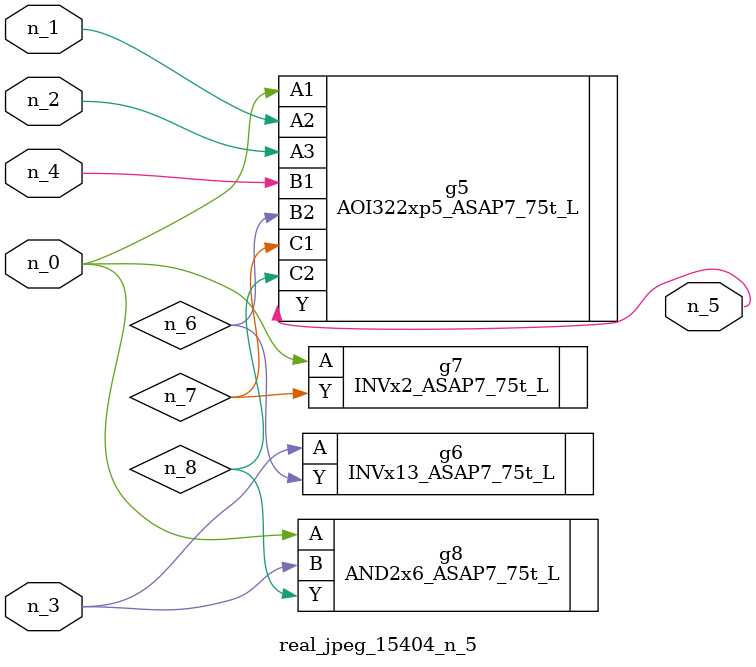
<source format=v>
module real_jpeg_15404_n_5 (n_4, n_0, n_1, n_2, n_3, n_5);

input n_4;
input n_0;
input n_1;
input n_2;
input n_3;

output n_5;

wire n_8;
wire n_6;
wire n_7;

AOI322xp5_ASAP7_75t_L g5 ( 
.A1(n_0),
.A2(n_1),
.A3(n_2),
.B1(n_4),
.B2(n_6),
.C1(n_7),
.C2(n_8),
.Y(n_5)
);

INVx2_ASAP7_75t_L g7 ( 
.A(n_0),
.Y(n_7)
);

AND2x6_ASAP7_75t_L g8 ( 
.A(n_0),
.B(n_3),
.Y(n_8)
);

INVx13_ASAP7_75t_L g6 ( 
.A(n_3),
.Y(n_6)
);


endmodule
</source>
